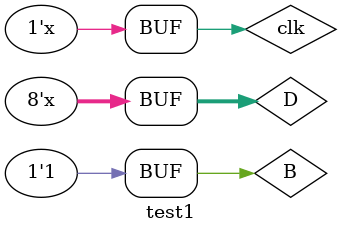
<source format=v>
`timescale 1ns / 1ps


module test1();
reg clk;

wire A;
reg  B;
wire [7:0]C;
reg  [7:0]D;

initial begin
    B = 8'd1;
    D = 8'd2;
    clk= 1'b1;
end

always begin
    #2 D = D+8'd1;
    #8 D = D-8'd3;
end

//initial begin
//    #2 clk = ~clk;
//    #2 clk = ~clk;
//    #2 clk = ~clk;
//    #2 clk = ~clk;
//end


always begin
    #2 clk = ~clk;
end


DZjj   
#(
    .X (7)
)
sdkjfskdjfh
(
   .A        (D    )  ,
   .B        (8'd5)  ,
   .C        (8'd8)  ,
   .E        (8'd20) ,
   .D        (2'd1)      , 
   .Summ     (    )// размерность 10 мы определили найдя на калькуляторе максимальное значение выражения
);


endmodule

</source>
